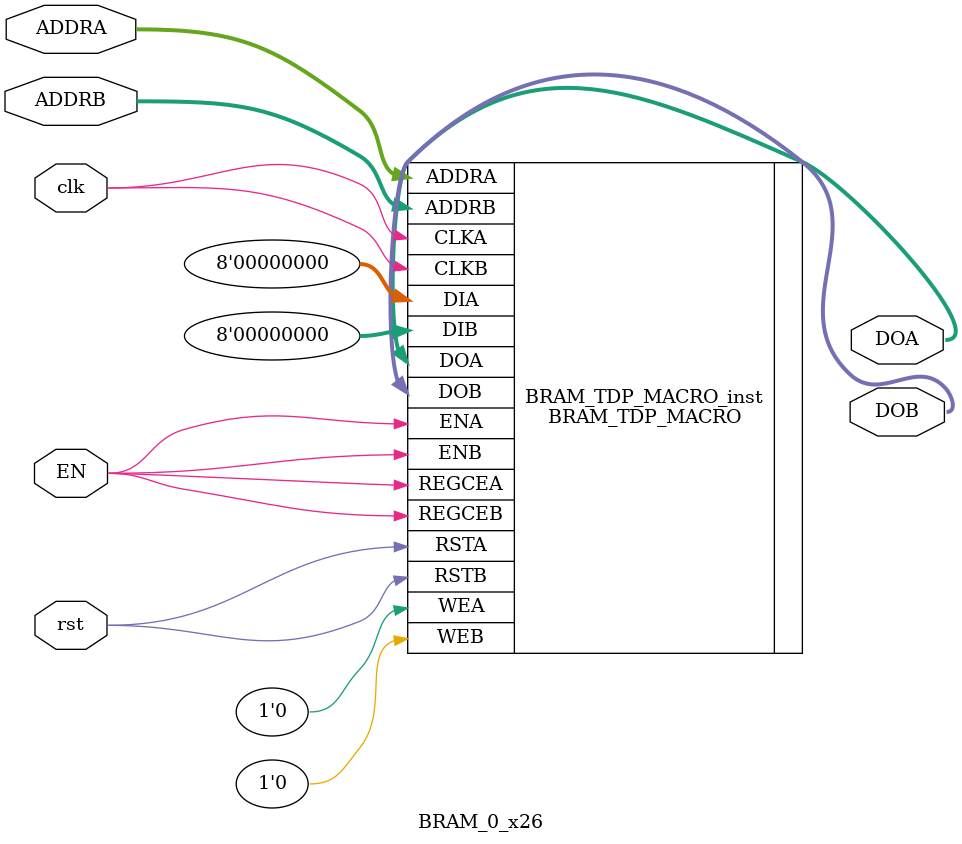
<source format=v>

module BRAM_0_x26(
    input [9:0] ADDRA,
    input [9:0] ADDRB,
    input clk,
    input rst, input EN,
    output [7:0] DOA,
    output [7:0] DOB
    );



// Spartan-6
// Xilinx HDL Libraries Guide, version 14.7
//////////////////////////////////////////////////////////////////////////
// DATA_WIDTH_A/B | BRAM_SIZE | RAM Depth | ADDRA/B Width | WEA/B Width //
// ===============|===========|===========|===============|=============//
// 19-36 | "18Kb" | 512 | 9-bit | 4-bit //
// 10-18 | "18Kb" | 1024 | 10-bit | 2-bit //
// 10-18 | "9Kb" | 512 | 9-bit | 2-bit //
// 5-9 | "18Kb" | 2048 | 11-bit | 1-bit //
// 5-9 | "9Kb" | 1024 | 10-bit | 1-bit //
// 3-4 | "18Kb" | 4096 | 12-bit | 1-bit //
// 3-4 | "9Kb" | 2048 | 11-bit | 1-bit //
// 2 | "18Kb" | 8192 | 13-bit | 1-bit //
// 2 | "9Kb" | 4096 | 12-bit | 1-bit //
// 1 | "18Kb" | 16384 | 14-bit | 1-bit //
// 1 | "9Kb" | 8192 | 12-bit | 1-bit //
//////////////////////////////////////////////////////////////////////////
BRAM_TDP_MACRO #(
	.BRAM_SIZE("9Kb"), // Target BRAM: "9Kb" or "18Kb"
	.DEVICE("SPARTAN6"), // Target device: "VIRTEX5", "VIRTEX6", "SPARTAN6"
	.DOA_REG(1), // Optional port A output register (0 or 1)
	.DOB_REG(1), // Optional port B output register (0 or 1)
	.INIT_A(36'h0123), // Initial values on port A output port
	.INIT_B(36'h3210), // Initial values on port B output port
	.INIT_FILE ("NONE"),
	.READ_WIDTH_A (8), // Valid values are 1-36
	.READ_WIDTH_B (8), // Valid values are 1-36
	.SIM_COLLISION_CHECK ("NONE"), // Collision check enable "ALL", "WARNING_ONLY",
	// "GENERATE_X_ONLY" or "NONE"
	.SRVAL_A(36'h00000000), // Set/Reset value for port A output
	.SRVAL_B(36'h00000000), // Set/Reset value for port B output
	.WRITE_MODE_A("WRITE_FIRST"), // "WRITE_FIRST", "READ_FIRST", or "NO_CHANGE"
	.WRITE_MODE_B("WRITE_FIRST"), // "WRITE_FIRST", "READ_FIRST", or "NO_CHANGE"
	.WRITE_WIDTH_A(8), // Valid values are 1-36
	.WRITE_WIDTH_B(8), // Valid values are 1-36
	
.INIT_00(256'h8E3EE8A610456D547626B528D6860B0478C8E00C2CFCF1EF532A140206FA0100),
.INIT_01(256'h9368C7F02ED42F8BDF39C2DB3A387718D385605875A7CDE34624C6F9878409C5),
.INIT_02(256'hBA1B51ECA096F44C52909C7129995D5023CEE4B7E21DC417A4033C163B6B4708),
.INIT_03(256'hF3FF250798E7BF7C5BC944CB3733DC57A24F4120C3D88F8A6F353FDA367FCCA8),
.INIT_04(256'h8367B88C4B80C1486CAAB297FEF294E97E647D15AF1F4313DECF42126A341C91),
.INIT_05(256'h05E6BCBD0F2749119DA12DC0ABB9E1B082321AEA40BE79555F19B4819E73D1DD),
.INIT_06(256'hA34E7AA5AE1E62726E22D29F6692CAAD88D7BB748D0AF570B6619AEE8963EB30),
.INIT_07(256'h6569313DF84DF7D02B7BF695D5D956FB4A59ED5C0E21ACB3FD9BA95EE55AB10D),
.INIT_08(256'h70C01658EEBB93AA88D84BD62878F5FA86361EF2D2020F11ADD4EAFCF804FFFE),
.INIT_09(256'h6D96390ED02AD17521C73C25C4C689E62D7B9EA68B59331DB8DA3807797AF73B),
.INIT_0A(256'h44E5AF125E680AB2AC6E628FD767A3AEDD301A491CE33AE95AFDC2E8C595B9F6),
.INIT_0B(256'h0D01DBF966194182A537BA35C9CD22A95CB1BFDE3D26717491CBC124C8813256),
.INIT_0C(256'h7D994672B57E3FB692544C69000C6A17809A83EB51E1BDED2031BCEC94CAE26F),
.INIT_0D(256'hFB184243F1D9B7EF635FD33E55471F4E7CCCE414BE4087ABA1E74A7F608D2F23),
.INIT_0E(256'h5DB0845B50E09C8C90DC2C61986C34537629458A73F40B8E489F6410779D15CE),
.INIT_0F(256'h9B97CFC306B3092ED585086B2B27A805B4A713A2F0DF524D036557A01BA44FF3),
.INIT_10(256'h7490874975891F82237E39E6AF362878F0CE7FA4A3DFAB7932DC63C0F3832157),
.INIT_11(256'h7DA13819B96F77179526F214D3B63B40DE6B028511F458C4FC4F351CAE91F618),
.INIT_12(256'h22B7CB2A70278CE464B2EDE75098C897D2C7FF5161EC473A447B3E128EF5FBD8),
.INIT_13(256'h4268880146BC8B9904BB65D169DA0BF8031AE89DBF2C4DF9CA2FBD9C00B36A56),
.INIT_14(256'hD7372B811D73244B2E66D07AD6CCE95AA2BEA53C4E869294AC719E6E6DB88033),
.INIT_15(256'h59E2290F93B434C56CA9D5259B1EF10A5EAA3096EBD94C67C320534A54AD0941),
.INIT_16(256'h0855763FD4DDE3B5E0EF15A6E5625D2DA75C9ABAEE1B84E1FD3D7CCF7260A08A),
.INIT_17(256'h8D0CEAA8C205FEB11613315F8F10F748C652079F45CDC10EB0C906DBFA430D5B),
.INIT_18(256'h8A6E79B78B77E17CDD80C71851C8D6860E30815A5D215587CC229D3E0D7DDFA9),
.INIT_19(256'h835FC6E7479189E96BD80CEA2D48C5BE2095FC7BEF0AA63A02B1CBE2506F08E6),
.INIT_1A(256'hDC4935D48ED9721A9A4C1319AE6636692C3901AF9F12B9C4BA85C0EC700B0526),
.INIT_1B(256'hBC9676FFB8427567FA459B2F9724F506FDE4166341D2B30734D14362FE4D94A8),
.INIT_1C(256'h29C9D57FE38DDAB5D0982E84283217A45C405BC2B0786C6A528F609093467ECD),
.INIT_1D(256'hA71CD7F16D4ACA3B92572BDB65E00FF4A054CE681527B2993DDEADB4AA53F7BF),
.INIT_1E(256'hF6AB88C12A231D4B1E11EB581B9CA3D359A2644410E57A1F03C382318C9E5E74),
.INIT_1F(256'h73F214563CFB004FE8EDCFA171EE09B638ACF961BB333FF04E37F82504BDF3A5),

	
	//===============================================================================
	
	.INIT_20(256'h0000000000000000000000000000000000000000000000000000000000000000),
	.INIT_21(256'h0000000000000000000000000000000000000000000000000000000000000000),
	.INIT_22(256'h0000000000000000000000000000000000000000000000000000000000000000),
	.INIT_23(256'h0000000000000000000000000000000000000000000000000000000000000000),
	.INIT_24(256'h0000000000000000000000000000000000000000000000000000000000000000),
	.INIT_25(256'h0000000000000000000000000000000000000000000000000000000000000000),
	.INIT_26(256'h0000000000000000000000000000000000000000000000000000000000000000),
	.INIT_27(256'h0000000000000000000000000000000000000000000000000000000000000000),
	.INIT_28(256'h0000000000000000000000000000000000000000000000000000000000000000),
	.INIT_29(256'h0000000000000000000000000000000000000000000000000000000000000000),
	.INIT_2A(256'h0000000000000000000000000000000000000000000000000000000000000000),
	.INIT_2B(256'h0000000000000000000000000000000000000000000000000000000000000000),
	.INIT_2C(256'h0000000000000000000000000000000000000000000000000000000000000000),
	.INIT_2D(256'h0000000000000000000000000000000000000000000000000000000000000000),
	.INIT_2E(256'h0000000000000000000000000000000000000000000000000000000000000000),
	.INIT_2F(256'h0000000000000000000000000000000000000000000000000000000000000000),
	.INIT_30(256'h0000000000000000000000000000000000000000000000000000000000000000),
	.INIT_31(256'h0000000000000000000000000000000000000000000000000000000000000000),
	.INIT_32(256'h0000000000000000000000000000000000000000000000000000000000000000),
	.INIT_33(256'h0000000000000000000000000000000000000000000000000000000000000000),
	.INIT_34(256'h0000000000000000000000000000000000000000000000000000000000000000),
	.INIT_35(256'h0000000000000000000000000000000000000000000000000000000000000000),
	.INIT_36(256'h0000000000000000000000000000000000000000000000000000000000000000),
	.INIT_37(256'h0000000000000000000000000000000000000000000000000000000000000000),
	.INIT_38(256'h0000000000000000000000000000000000000000000000000000000000000000),
	.INIT_39(256'h0000000000000000000000000000000000000000000000000000000000000000),
	.INIT_3A(256'h0000000000000000000000000000000000000000000000000000000000000000),
	.INIT_3B(256'h0000000000000000000000000000000000000000000000000000000000000000),
	.INIT_3C(256'h0000000000000000000000000000000000000000000000000000000000000000),
	.INIT_3D(256'h0000000000000000000000000000000000000000000000000000000000000000),
	.INIT_3E(256'h0000000000000000000000000000000000000000000000000000000000000000),
	.INIT_3F(256'h0000000000000000000000000000000000000000000000000000000000000000),


	// The next set of INITP_xx are for the parity bits
	.INITP_00(256'h0000000000000000000000000000000000000000000000000000000000000000),
	.INITP_01(256'h0000000000000000000000000000000000000000000000000000000000000000),
	.INITP_02(256'h0000000000000000000000000000000000000000000000000000000000000000),
	.INITP_03(256'h0000000000000000000000000000000000000000000000000000000000000000),
	// The next set of INITP_xx are for "18Kb" configuration only
	.INITP_04(256'h0000000000000000000000000000000000000000000000000000000000000000),
	.INITP_05(256'h0000000000000000000000000000000000000000000000000000000000000000),
	.INITP_06(256'h0000000000000000000000000000000000000000000000000000000000000000),
	.INITP_07(256'h0000000000000000000000000000000000000000000000000000000000000000)
) BRAM_TDP_MACRO_inst (
	.DOA(DOA), // Output port-A data, width defined by READ_WIDTH_A parameter
	.DOB(DOB), // Output port-B data, width defined by READ_WIDTH_B parameter
	.ADDRA(ADDRA), // Input port-A address, width defined by Port A depth
	.ADDRB(ADDRB), // Input port-B address, width defined by Port B depth
	.CLKA(clk), // 1-bit input port-A clock
	.CLKB(clk), // 1-bit input port-B clock
	.DIA(8'h0), // Input port-A data, width defined by WRITE_WIDTH_A parameter
	.DIB(8'h0), // Input port-B data, width defined by WRITE_WIDTH_B parameter
	.ENA(EN), // 1-bit input port-A enable
	.ENB(EN), // 1-bit input port-B enable
	.REGCEA(EN), // 1-bit input port-A output register enable
	.REGCEB(EN), // 1-bit input port-B output register enable
	.RSTA(rst), // 1-bit input port-A reset
	.RSTB(rst), // 1-bit input port-B reset
	.WEA(1'b0), // Input port-A write enable, width defined by Port A depth
	.WEB(1'b0) // Input port-B write enable, width defined by Port B depth
);
// End of BRAM_TDP_MACRO_inst instantiation
endmodule

</source>
